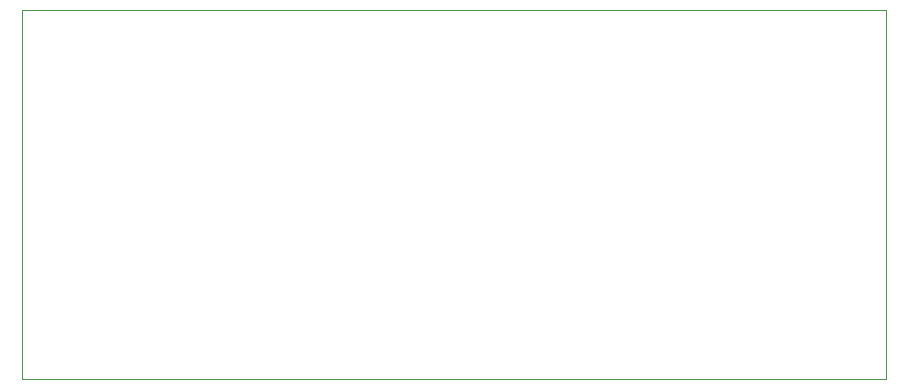
<source format=gbr>
%TF.GenerationSoftware,KiCad,Pcbnew,7.0.9*%
%TF.CreationDate,2024-01-20T18:52:18+00:00*%
%TF.ProjectId,DRV8234 DC Motor Driver Expander,44525638-3233-4342-9044-43204d6f746f,rev?*%
%TF.SameCoordinates,Original*%
%TF.FileFunction,Profile,NP*%
%FSLAX46Y46*%
G04 Gerber Fmt 4.6, Leading zero omitted, Abs format (unit mm)*
G04 Created by KiCad (PCBNEW 7.0.9) date 2024-01-20 18:52:18*
%MOMM*%
%LPD*%
G01*
G04 APERTURE LIST*
%TA.AperFunction,Profile*%
%ADD10C,0.100000*%
%TD*%
G04 APERTURE END LIST*
D10*
X90932000Y-76454000D02*
X164084000Y-76454000D01*
X164084000Y-107696000D01*
X90932000Y-107696000D01*
X90932000Y-76454000D01*
M02*

</source>
